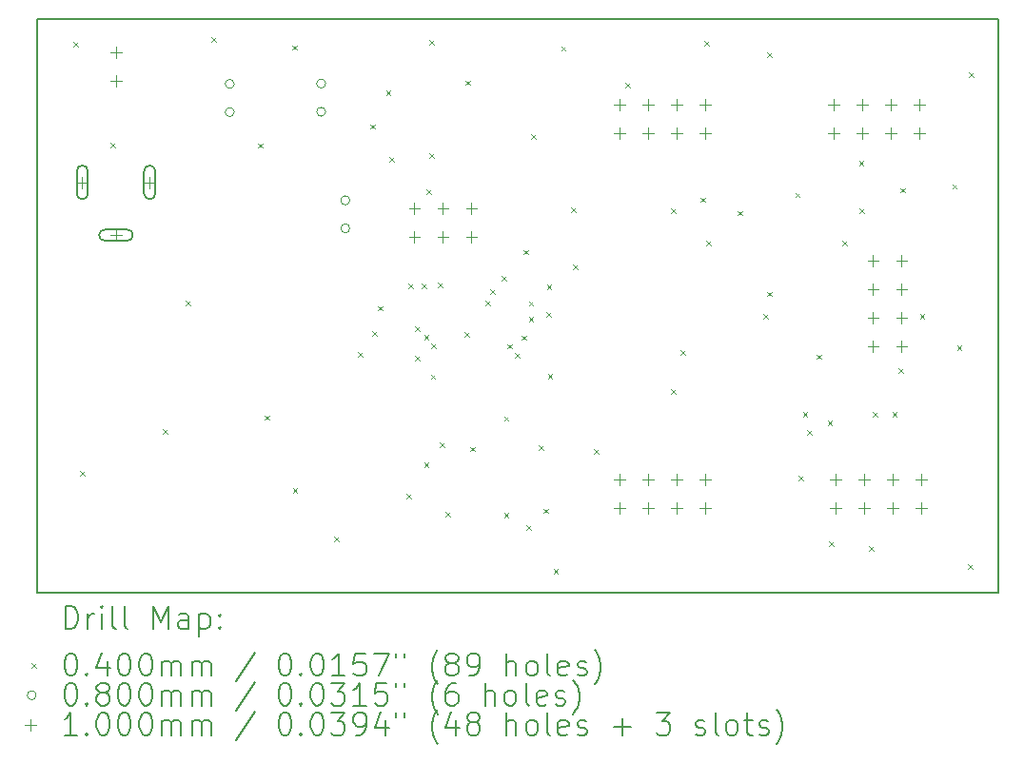
<source format=gbr>
%TF.GenerationSoftware,KiCad,Pcbnew,7.0.7*%
%TF.CreationDate,2023-10-17T21:45:56+02:00*%
%TF.ProjectId,Motherboard_pico,4d6f7468-6572-4626-9f61-72645f706963,rev?*%
%TF.SameCoordinates,Original*%
%TF.FileFunction,Drillmap*%
%TF.FilePolarity,Positive*%
%FSLAX45Y45*%
G04 Gerber Fmt 4.5, Leading zero omitted, Abs format (unit mm)*
G04 Created by KiCad (PCBNEW 7.0.7) date 2023-10-17 21:45:56*
%MOMM*%
%LPD*%
G01*
G04 APERTURE LIST*
%ADD10C,0.200000*%
%ADD11C,0.040000*%
%ADD12C,0.080000*%
%ADD13C,0.100000*%
G04 APERTURE END LIST*
D10*
X12150000Y-8400000D02*
X20700000Y-8400000D01*
X20700000Y-13500000D01*
X12150000Y-13500000D01*
X12150000Y-8400000D01*
D11*
X12470000Y-8600000D02*
X12510000Y-8640000D01*
X12510000Y-8600000D02*
X12470000Y-8640000D01*
X12530000Y-12420000D02*
X12570000Y-12460000D01*
X12570000Y-12420000D02*
X12530000Y-12460000D01*
X12800000Y-9500000D02*
X12840000Y-9540000D01*
X12840000Y-9500000D02*
X12800000Y-9540000D01*
X13267000Y-12045000D02*
X13307000Y-12085000D01*
X13307000Y-12045000D02*
X13267000Y-12085000D01*
X13472000Y-10903000D02*
X13512000Y-10943000D01*
X13512000Y-10903000D02*
X13472000Y-10943000D01*
X13700000Y-8560000D02*
X13740000Y-8600000D01*
X13740000Y-8560000D02*
X13700000Y-8600000D01*
X14112000Y-9503000D02*
X14152000Y-9543000D01*
X14152000Y-9503000D02*
X14112000Y-9543000D01*
X14172000Y-11923000D02*
X14212000Y-11963000D01*
X14212000Y-11923000D02*
X14172000Y-11963000D01*
X14420000Y-8630000D02*
X14460000Y-8670000D01*
X14460000Y-8630000D02*
X14420000Y-8670000D01*
X14422000Y-12573000D02*
X14462000Y-12613000D01*
X14462000Y-12573000D02*
X14422000Y-12613000D01*
X14792000Y-13003000D02*
X14832000Y-13043000D01*
X14832000Y-13003000D02*
X14792000Y-13043000D01*
X15003000Y-11363000D02*
X15043000Y-11403000D01*
X15043000Y-11363000D02*
X15003000Y-11403000D01*
X15112000Y-9333000D02*
X15152000Y-9373000D01*
X15152000Y-9333000D02*
X15112000Y-9373000D01*
X15132000Y-11173000D02*
X15172000Y-11213000D01*
X15172000Y-11173000D02*
X15132000Y-11213000D01*
X15180000Y-10950000D02*
X15220000Y-10990000D01*
X15220000Y-10950000D02*
X15180000Y-10990000D01*
X15252000Y-9033000D02*
X15292000Y-9073000D01*
X15292000Y-9033000D02*
X15252000Y-9073000D01*
X15282000Y-9623000D02*
X15322000Y-9663000D01*
X15322000Y-9623000D02*
X15282000Y-9663000D01*
X15432000Y-12623000D02*
X15472000Y-12663000D01*
X15472000Y-12623000D02*
X15432000Y-12663000D01*
X15450000Y-10750000D02*
X15490000Y-10790000D01*
X15490000Y-10750000D02*
X15450000Y-10790000D01*
X15510000Y-11130000D02*
X15550000Y-11170000D01*
X15550000Y-11130000D02*
X15510000Y-11170000D01*
X15512000Y-11393000D02*
X15552000Y-11433000D01*
X15552000Y-11393000D02*
X15512000Y-11433000D01*
X15570000Y-10750000D02*
X15610000Y-10790000D01*
X15610000Y-10750000D02*
X15570000Y-10790000D01*
X15590000Y-11210000D02*
X15630000Y-11250000D01*
X15630000Y-11210000D02*
X15590000Y-11250000D01*
X15592000Y-12343000D02*
X15632000Y-12383000D01*
X15632000Y-12343000D02*
X15592000Y-12383000D01*
X15610000Y-9912450D02*
X15650000Y-9952450D01*
X15650000Y-9912450D02*
X15610000Y-9952450D01*
X15637500Y-8582500D02*
X15677500Y-8622500D01*
X15677500Y-8582500D02*
X15637500Y-8622500D01*
X15637500Y-9593000D02*
X15677500Y-9633000D01*
X15677500Y-9593000D02*
X15637500Y-9633000D01*
X15650000Y-11560000D02*
X15690000Y-11600000D01*
X15690000Y-11560000D02*
X15650000Y-11600000D01*
X15653987Y-11286784D02*
X15693987Y-11326784D01*
X15693987Y-11286784D02*
X15653987Y-11326784D01*
X15712000Y-10743000D02*
X15752000Y-10783000D01*
X15752000Y-10743000D02*
X15712000Y-10783000D01*
X15732000Y-12163000D02*
X15772000Y-12203000D01*
X15772000Y-12163000D02*
X15732000Y-12203000D01*
X15782000Y-12783000D02*
X15822000Y-12823000D01*
X15822000Y-12783000D02*
X15782000Y-12823000D01*
X15952000Y-11183000D02*
X15992000Y-11223000D01*
X15992000Y-11183000D02*
X15952000Y-11223000D01*
X15962000Y-8943000D02*
X16002000Y-8983000D01*
X16002000Y-8943000D02*
X15962000Y-8983000D01*
X16002000Y-12203000D02*
X16042000Y-12243000D01*
X16042000Y-12203000D02*
X16002000Y-12243000D01*
X16140000Y-10905000D02*
X16180000Y-10945000D01*
X16180000Y-10905000D02*
X16140000Y-10945000D01*
X16180000Y-10800000D02*
X16220000Y-10840000D01*
X16220000Y-10800000D02*
X16180000Y-10840000D01*
X16283050Y-10683050D02*
X16323050Y-10723050D01*
X16323050Y-10683050D02*
X16283050Y-10723050D01*
X16302000Y-11933000D02*
X16342000Y-11973000D01*
X16342000Y-11933000D02*
X16302000Y-11973000D01*
X16302000Y-12793000D02*
X16342000Y-12833000D01*
X16342000Y-12793000D02*
X16302000Y-12833000D01*
X16330000Y-11290000D02*
X16370000Y-11330000D01*
X16370000Y-11290000D02*
X16330000Y-11330000D01*
X16398317Y-11370000D02*
X16438317Y-11410000D01*
X16438317Y-11370000D02*
X16398317Y-11410000D01*
X16462000Y-11213000D02*
X16502000Y-11253000D01*
X16502000Y-11213000D02*
X16462000Y-11253000D01*
X16477450Y-10450000D02*
X16517450Y-10490000D01*
X16517450Y-10450000D02*
X16477450Y-10490000D01*
X16502000Y-12903000D02*
X16542000Y-12943000D01*
X16542000Y-12903000D02*
X16502000Y-12943000D01*
X16522450Y-10908000D02*
X16562450Y-10948000D01*
X16562450Y-10908000D02*
X16522450Y-10948000D01*
X16522450Y-11046508D02*
X16562450Y-11086508D01*
X16562450Y-11046508D02*
X16522450Y-11086508D01*
X16542000Y-9423000D02*
X16582000Y-9463000D01*
X16582000Y-9423000D02*
X16542000Y-9463000D01*
X16612000Y-12193000D02*
X16652000Y-12233000D01*
X16652000Y-12193000D02*
X16612000Y-12233000D01*
X16652000Y-12753000D02*
X16692000Y-12793000D01*
X16692000Y-12753000D02*
X16652000Y-12793000D01*
X16681462Y-11003538D02*
X16721462Y-11043538D01*
X16721462Y-11003538D02*
X16681462Y-11043538D01*
X16684000Y-10757000D02*
X16724000Y-10797000D01*
X16724000Y-10757000D02*
X16684000Y-10797000D01*
X16692000Y-11553000D02*
X16732000Y-11593000D01*
X16732000Y-11553000D02*
X16692000Y-11593000D01*
X16742000Y-13293000D02*
X16782000Y-13333000D01*
X16782000Y-13293000D02*
X16742000Y-13333000D01*
X16810000Y-8640000D02*
X16850000Y-8680000D01*
X16850000Y-8640000D02*
X16810000Y-8680000D01*
X16902000Y-10073000D02*
X16942000Y-10113000D01*
X16942000Y-10073000D02*
X16902000Y-10113000D01*
X16915000Y-10585000D02*
X16955000Y-10625000D01*
X16955000Y-10585000D02*
X16915000Y-10625000D01*
X17102000Y-12223000D02*
X17142000Y-12263000D01*
X17142000Y-12223000D02*
X17102000Y-12263000D01*
X17380270Y-8965270D02*
X17420270Y-9005270D01*
X17420270Y-8965270D02*
X17380270Y-9005270D01*
X17790250Y-11691250D02*
X17830250Y-11731250D01*
X17830250Y-11691250D02*
X17790250Y-11731250D01*
X17791000Y-10080000D02*
X17831000Y-10120000D01*
X17831000Y-10080000D02*
X17791000Y-10120000D01*
X17872000Y-11343000D02*
X17912000Y-11383000D01*
X17912000Y-11343000D02*
X17872000Y-11383000D01*
X18050770Y-9984230D02*
X18090770Y-10024230D01*
X18090770Y-9984230D02*
X18050770Y-10024230D01*
X18082000Y-8593000D02*
X18122000Y-8633000D01*
X18122000Y-8593000D02*
X18082000Y-8633000D01*
X18102000Y-10373000D02*
X18142000Y-10413000D01*
X18142000Y-10373000D02*
X18102000Y-10413000D01*
X18382000Y-10103000D02*
X18422000Y-10143000D01*
X18422000Y-10103000D02*
X18382000Y-10143000D01*
X18612000Y-11023000D02*
X18652000Y-11063000D01*
X18652000Y-11023000D02*
X18612000Y-11063000D01*
X18642000Y-8693000D02*
X18682000Y-8733000D01*
X18682000Y-8693000D02*
X18642000Y-8733000D01*
X18642000Y-10823000D02*
X18682000Y-10863000D01*
X18682000Y-10823000D02*
X18642000Y-10863000D01*
X18892000Y-9943000D02*
X18932000Y-9983000D01*
X18932000Y-9943000D02*
X18892000Y-9983000D01*
X18920000Y-12460000D02*
X18960000Y-12500000D01*
X18960000Y-12460000D02*
X18920000Y-12500000D01*
X18962000Y-11893000D02*
X19002000Y-11933000D01*
X19002000Y-11893000D02*
X18962000Y-11933000D01*
X19002000Y-12053000D02*
X19042000Y-12093000D01*
X19042000Y-12053000D02*
X19002000Y-12093000D01*
X19082000Y-11383000D02*
X19122000Y-11423000D01*
X19122000Y-11383000D02*
X19082000Y-11423000D01*
X19182000Y-11973000D02*
X19222000Y-12013000D01*
X19222000Y-11973000D02*
X19182000Y-12013000D01*
X19192000Y-13043000D02*
X19232000Y-13083000D01*
X19232000Y-13043000D02*
X19192000Y-13083000D01*
X19312000Y-10373000D02*
X19352000Y-10413000D01*
X19352000Y-10373000D02*
X19312000Y-10413000D01*
X19460000Y-9660000D02*
X19500000Y-9700000D01*
X19500000Y-9660000D02*
X19460000Y-9700000D01*
X19462000Y-10083000D02*
X19502000Y-10123000D01*
X19502000Y-10083000D02*
X19462000Y-10123000D01*
X19550000Y-13090000D02*
X19590000Y-13130000D01*
X19590000Y-13090000D02*
X19550000Y-13130000D01*
X19582000Y-11893000D02*
X19622000Y-11933000D01*
X19622000Y-11893000D02*
X19582000Y-11933000D01*
X19755950Y-11893000D02*
X19795950Y-11933000D01*
X19795950Y-11893000D02*
X19755950Y-11933000D01*
X19812000Y-11503000D02*
X19852000Y-11543000D01*
X19852000Y-11503000D02*
X19812000Y-11543000D01*
X19826000Y-9900000D02*
X19866000Y-9940000D01*
X19866000Y-9900000D02*
X19826000Y-9940000D01*
X20002000Y-11023000D02*
X20042000Y-11063000D01*
X20042000Y-11023000D02*
X20002000Y-11063000D01*
X20291000Y-9866000D02*
X20331000Y-9906000D01*
X20331000Y-9866000D02*
X20291000Y-9906000D01*
X20332000Y-11303000D02*
X20372000Y-11343000D01*
X20372000Y-11303000D02*
X20332000Y-11343000D01*
X20430000Y-13250000D02*
X20470000Y-13290000D01*
X20470000Y-13250000D02*
X20430000Y-13290000D01*
X20440000Y-8870000D02*
X20480000Y-8910000D01*
X20480000Y-8870000D02*
X20440000Y-8910000D01*
D12*
X13902000Y-8974000D02*
G75*
G03*
X13902000Y-8974000I-40000J0D01*
G01*
X13902000Y-9224000D02*
G75*
G03*
X13902000Y-9224000I-40000J0D01*
G01*
X14715000Y-8971000D02*
G75*
G03*
X14715000Y-8971000I-40000J0D01*
G01*
X14715000Y-9221000D02*
G75*
G03*
X14715000Y-9221000I-40000J0D01*
G01*
X14930000Y-10010000D02*
G75*
G03*
X14930000Y-10010000I-40000J0D01*
G01*
X14930000Y-10260000D02*
G75*
G03*
X14930000Y-10260000I-40000J0D01*
G01*
D13*
X12550000Y-9800000D02*
X12550000Y-9900000D01*
X12500000Y-9850000D02*
X12600000Y-9850000D01*
D10*
X12500000Y-9750000D02*
X12500000Y-9950000D01*
X12500000Y-9950000D02*
G75*
G03*
X12600000Y-9950000I50000J0D01*
G01*
X12600000Y-9950000D02*
X12600000Y-9750000D01*
X12600000Y-9750000D02*
G75*
G03*
X12500000Y-9750000I-50000J0D01*
G01*
D13*
X12850000Y-8646000D02*
X12850000Y-8746000D01*
X12800000Y-8696000D02*
X12900000Y-8696000D01*
X12850000Y-8900000D02*
X12850000Y-9000000D01*
X12800000Y-8950000D02*
X12900000Y-8950000D01*
X12850000Y-10270000D02*
X12850000Y-10370000D01*
X12800000Y-10320000D02*
X12900000Y-10320000D01*
D10*
X12750000Y-10370000D02*
X12950000Y-10370000D01*
X12950000Y-10370000D02*
G75*
G03*
X12950000Y-10270000I0J50000D01*
G01*
X12950000Y-10270000D02*
X12750000Y-10270000D01*
X12750000Y-10270000D02*
G75*
G03*
X12750000Y-10370000I0J-50000D01*
G01*
D13*
X13150000Y-9800000D02*
X13150000Y-9900000D01*
X13100000Y-9850000D02*
X13200000Y-9850000D01*
D10*
X13100000Y-9750000D02*
X13100000Y-9950000D01*
X13100000Y-9950000D02*
G75*
G03*
X13200000Y-9950000I50000J0D01*
G01*
X13200000Y-9950000D02*
X13200000Y-9750000D01*
X13200000Y-9750000D02*
G75*
G03*
X13100000Y-9750000I-50000J0D01*
G01*
D13*
X15504500Y-10031500D02*
X15504500Y-10131500D01*
X15454500Y-10081500D02*
X15554500Y-10081500D01*
X15504500Y-10285500D02*
X15504500Y-10385500D01*
X15454500Y-10335500D02*
X15554500Y-10335500D01*
X15758500Y-10031500D02*
X15758500Y-10131500D01*
X15708500Y-10081500D02*
X15808500Y-10081500D01*
X15758500Y-10285500D02*
X15758500Y-10385500D01*
X15708500Y-10335500D02*
X15808500Y-10335500D01*
X16012500Y-10031500D02*
X16012500Y-10131500D01*
X15962500Y-10081500D02*
X16062500Y-10081500D01*
X16012500Y-10285500D02*
X16012500Y-10385500D01*
X15962500Y-10335500D02*
X16062500Y-10335500D01*
X17328000Y-9110000D02*
X17328000Y-9210000D01*
X17278000Y-9160000D02*
X17378000Y-9160000D01*
X17328000Y-9364000D02*
X17328000Y-9464000D01*
X17278000Y-9414000D02*
X17378000Y-9414000D01*
X17332000Y-12446000D02*
X17332000Y-12546000D01*
X17282000Y-12496000D02*
X17382000Y-12496000D01*
X17332000Y-12700000D02*
X17332000Y-12800000D01*
X17282000Y-12750000D02*
X17382000Y-12750000D01*
X17582000Y-9110000D02*
X17582000Y-9210000D01*
X17532000Y-9160000D02*
X17632000Y-9160000D01*
X17582000Y-9364000D02*
X17582000Y-9464000D01*
X17532000Y-9414000D02*
X17632000Y-9414000D01*
X17586000Y-12446000D02*
X17586000Y-12546000D01*
X17536000Y-12496000D02*
X17636000Y-12496000D01*
X17586000Y-12700000D02*
X17586000Y-12800000D01*
X17536000Y-12750000D02*
X17636000Y-12750000D01*
X17836000Y-9110000D02*
X17836000Y-9210000D01*
X17786000Y-9160000D02*
X17886000Y-9160000D01*
X17836000Y-9364000D02*
X17836000Y-9464000D01*
X17786000Y-9414000D02*
X17886000Y-9414000D01*
X17840000Y-12446000D02*
X17840000Y-12546000D01*
X17790000Y-12496000D02*
X17890000Y-12496000D01*
X17840000Y-12700000D02*
X17840000Y-12800000D01*
X17790000Y-12750000D02*
X17890000Y-12750000D01*
X18090000Y-9110000D02*
X18090000Y-9210000D01*
X18040000Y-9160000D02*
X18140000Y-9160000D01*
X18090000Y-9364000D02*
X18090000Y-9464000D01*
X18040000Y-9414000D02*
X18140000Y-9414000D01*
X18094000Y-12446000D02*
X18094000Y-12546000D01*
X18044000Y-12496000D02*
X18144000Y-12496000D01*
X18094000Y-12700000D02*
X18094000Y-12800000D01*
X18044000Y-12750000D02*
X18144000Y-12750000D01*
X19238000Y-9110000D02*
X19238000Y-9210000D01*
X19188000Y-9160000D02*
X19288000Y-9160000D01*
X19238000Y-9364000D02*
X19238000Y-9464000D01*
X19188000Y-9414000D02*
X19288000Y-9414000D01*
X19250000Y-12446000D02*
X19250000Y-12546000D01*
X19200000Y-12496000D02*
X19300000Y-12496000D01*
X19250000Y-12700000D02*
X19250000Y-12800000D01*
X19200000Y-12750000D02*
X19300000Y-12750000D01*
X19492000Y-9110000D02*
X19492000Y-9210000D01*
X19442000Y-9160000D02*
X19542000Y-9160000D01*
X19492000Y-9364000D02*
X19492000Y-9464000D01*
X19442000Y-9414000D02*
X19542000Y-9414000D01*
X19504000Y-12446000D02*
X19504000Y-12546000D01*
X19454000Y-12496000D02*
X19554000Y-12496000D01*
X19504000Y-12700000D02*
X19504000Y-12800000D01*
X19454000Y-12750000D02*
X19554000Y-12750000D01*
X19586000Y-10496000D02*
X19586000Y-10596000D01*
X19536000Y-10546000D02*
X19636000Y-10546000D01*
X19586000Y-10750000D02*
X19586000Y-10850000D01*
X19536000Y-10800000D02*
X19636000Y-10800000D01*
X19586000Y-11004000D02*
X19586000Y-11104000D01*
X19536000Y-11054000D02*
X19636000Y-11054000D01*
X19586000Y-11258000D02*
X19586000Y-11358000D01*
X19536000Y-11308000D02*
X19636000Y-11308000D01*
X19746000Y-9110000D02*
X19746000Y-9210000D01*
X19696000Y-9160000D02*
X19796000Y-9160000D01*
X19746000Y-9364000D02*
X19746000Y-9464000D01*
X19696000Y-9414000D02*
X19796000Y-9414000D01*
X19758000Y-12446000D02*
X19758000Y-12546000D01*
X19708000Y-12496000D02*
X19808000Y-12496000D01*
X19758000Y-12700000D02*
X19758000Y-12800000D01*
X19708000Y-12750000D02*
X19808000Y-12750000D01*
X19840000Y-10496000D02*
X19840000Y-10596000D01*
X19790000Y-10546000D02*
X19890000Y-10546000D01*
X19840000Y-10750000D02*
X19840000Y-10850000D01*
X19790000Y-10800000D02*
X19890000Y-10800000D01*
X19840000Y-11004000D02*
X19840000Y-11104000D01*
X19790000Y-11054000D02*
X19890000Y-11054000D01*
X19840000Y-11258000D02*
X19840000Y-11358000D01*
X19790000Y-11308000D02*
X19890000Y-11308000D01*
X20000000Y-9110000D02*
X20000000Y-9210000D01*
X19950000Y-9160000D02*
X20050000Y-9160000D01*
X20000000Y-9364000D02*
X20000000Y-9464000D01*
X19950000Y-9414000D02*
X20050000Y-9414000D01*
X20012000Y-12446000D02*
X20012000Y-12546000D01*
X19962000Y-12496000D02*
X20062000Y-12496000D01*
X20012000Y-12700000D02*
X20012000Y-12800000D01*
X19962000Y-12750000D02*
X20062000Y-12750000D01*
D10*
X12400777Y-13821484D02*
X12400777Y-13621484D01*
X12400777Y-13621484D02*
X12448396Y-13621484D01*
X12448396Y-13621484D02*
X12476967Y-13631008D01*
X12476967Y-13631008D02*
X12496015Y-13650055D01*
X12496015Y-13650055D02*
X12505539Y-13669103D01*
X12505539Y-13669103D02*
X12515062Y-13707198D01*
X12515062Y-13707198D02*
X12515062Y-13735769D01*
X12515062Y-13735769D02*
X12505539Y-13773865D01*
X12505539Y-13773865D02*
X12496015Y-13792912D01*
X12496015Y-13792912D02*
X12476967Y-13811960D01*
X12476967Y-13811960D02*
X12448396Y-13821484D01*
X12448396Y-13821484D02*
X12400777Y-13821484D01*
X12600777Y-13821484D02*
X12600777Y-13688150D01*
X12600777Y-13726246D02*
X12610301Y-13707198D01*
X12610301Y-13707198D02*
X12619824Y-13697674D01*
X12619824Y-13697674D02*
X12638872Y-13688150D01*
X12638872Y-13688150D02*
X12657920Y-13688150D01*
X12724586Y-13821484D02*
X12724586Y-13688150D01*
X12724586Y-13621484D02*
X12715062Y-13631008D01*
X12715062Y-13631008D02*
X12724586Y-13640531D01*
X12724586Y-13640531D02*
X12734110Y-13631008D01*
X12734110Y-13631008D02*
X12724586Y-13621484D01*
X12724586Y-13621484D02*
X12724586Y-13640531D01*
X12848396Y-13821484D02*
X12829348Y-13811960D01*
X12829348Y-13811960D02*
X12819824Y-13792912D01*
X12819824Y-13792912D02*
X12819824Y-13621484D01*
X12953158Y-13821484D02*
X12934110Y-13811960D01*
X12934110Y-13811960D02*
X12924586Y-13792912D01*
X12924586Y-13792912D02*
X12924586Y-13621484D01*
X13181729Y-13821484D02*
X13181729Y-13621484D01*
X13181729Y-13621484D02*
X13248396Y-13764341D01*
X13248396Y-13764341D02*
X13315062Y-13621484D01*
X13315062Y-13621484D02*
X13315062Y-13821484D01*
X13496015Y-13821484D02*
X13496015Y-13716722D01*
X13496015Y-13716722D02*
X13486491Y-13697674D01*
X13486491Y-13697674D02*
X13467443Y-13688150D01*
X13467443Y-13688150D02*
X13429348Y-13688150D01*
X13429348Y-13688150D02*
X13410301Y-13697674D01*
X13496015Y-13811960D02*
X13476967Y-13821484D01*
X13476967Y-13821484D02*
X13429348Y-13821484D01*
X13429348Y-13821484D02*
X13410301Y-13811960D01*
X13410301Y-13811960D02*
X13400777Y-13792912D01*
X13400777Y-13792912D02*
X13400777Y-13773865D01*
X13400777Y-13773865D02*
X13410301Y-13754817D01*
X13410301Y-13754817D02*
X13429348Y-13745293D01*
X13429348Y-13745293D02*
X13476967Y-13745293D01*
X13476967Y-13745293D02*
X13496015Y-13735769D01*
X13591253Y-13688150D02*
X13591253Y-13888150D01*
X13591253Y-13697674D02*
X13610301Y-13688150D01*
X13610301Y-13688150D02*
X13648396Y-13688150D01*
X13648396Y-13688150D02*
X13667443Y-13697674D01*
X13667443Y-13697674D02*
X13676967Y-13707198D01*
X13676967Y-13707198D02*
X13686491Y-13726246D01*
X13686491Y-13726246D02*
X13686491Y-13783388D01*
X13686491Y-13783388D02*
X13676967Y-13802436D01*
X13676967Y-13802436D02*
X13667443Y-13811960D01*
X13667443Y-13811960D02*
X13648396Y-13821484D01*
X13648396Y-13821484D02*
X13610301Y-13821484D01*
X13610301Y-13821484D02*
X13591253Y-13811960D01*
X13772205Y-13802436D02*
X13781729Y-13811960D01*
X13781729Y-13811960D02*
X13772205Y-13821484D01*
X13772205Y-13821484D02*
X13762682Y-13811960D01*
X13762682Y-13811960D02*
X13772205Y-13802436D01*
X13772205Y-13802436D02*
X13772205Y-13821484D01*
X13772205Y-13697674D02*
X13781729Y-13707198D01*
X13781729Y-13707198D02*
X13772205Y-13716722D01*
X13772205Y-13716722D02*
X13762682Y-13707198D01*
X13762682Y-13707198D02*
X13772205Y-13697674D01*
X13772205Y-13697674D02*
X13772205Y-13716722D01*
D11*
X12100000Y-14130000D02*
X12140000Y-14170000D01*
X12140000Y-14130000D02*
X12100000Y-14170000D01*
D10*
X12438872Y-14041484D02*
X12457920Y-14041484D01*
X12457920Y-14041484D02*
X12476967Y-14051008D01*
X12476967Y-14051008D02*
X12486491Y-14060531D01*
X12486491Y-14060531D02*
X12496015Y-14079579D01*
X12496015Y-14079579D02*
X12505539Y-14117674D01*
X12505539Y-14117674D02*
X12505539Y-14165293D01*
X12505539Y-14165293D02*
X12496015Y-14203388D01*
X12496015Y-14203388D02*
X12486491Y-14222436D01*
X12486491Y-14222436D02*
X12476967Y-14231960D01*
X12476967Y-14231960D02*
X12457920Y-14241484D01*
X12457920Y-14241484D02*
X12438872Y-14241484D01*
X12438872Y-14241484D02*
X12419824Y-14231960D01*
X12419824Y-14231960D02*
X12410301Y-14222436D01*
X12410301Y-14222436D02*
X12400777Y-14203388D01*
X12400777Y-14203388D02*
X12391253Y-14165293D01*
X12391253Y-14165293D02*
X12391253Y-14117674D01*
X12391253Y-14117674D02*
X12400777Y-14079579D01*
X12400777Y-14079579D02*
X12410301Y-14060531D01*
X12410301Y-14060531D02*
X12419824Y-14051008D01*
X12419824Y-14051008D02*
X12438872Y-14041484D01*
X12591253Y-14222436D02*
X12600777Y-14231960D01*
X12600777Y-14231960D02*
X12591253Y-14241484D01*
X12591253Y-14241484D02*
X12581729Y-14231960D01*
X12581729Y-14231960D02*
X12591253Y-14222436D01*
X12591253Y-14222436D02*
X12591253Y-14241484D01*
X12772205Y-14108150D02*
X12772205Y-14241484D01*
X12724586Y-14031960D02*
X12676967Y-14174817D01*
X12676967Y-14174817D02*
X12800777Y-14174817D01*
X12915062Y-14041484D02*
X12934110Y-14041484D01*
X12934110Y-14041484D02*
X12953158Y-14051008D01*
X12953158Y-14051008D02*
X12962682Y-14060531D01*
X12962682Y-14060531D02*
X12972205Y-14079579D01*
X12972205Y-14079579D02*
X12981729Y-14117674D01*
X12981729Y-14117674D02*
X12981729Y-14165293D01*
X12981729Y-14165293D02*
X12972205Y-14203388D01*
X12972205Y-14203388D02*
X12962682Y-14222436D01*
X12962682Y-14222436D02*
X12953158Y-14231960D01*
X12953158Y-14231960D02*
X12934110Y-14241484D01*
X12934110Y-14241484D02*
X12915062Y-14241484D01*
X12915062Y-14241484D02*
X12896015Y-14231960D01*
X12896015Y-14231960D02*
X12886491Y-14222436D01*
X12886491Y-14222436D02*
X12876967Y-14203388D01*
X12876967Y-14203388D02*
X12867443Y-14165293D01*
X12867443Y-14165293D02*
X12867443Y-14117674D01*
X12867443Y-14117674D02*
X12876967Y-14079579D01*
X12876967Y-14079579D02*
X12886491Y-14060531D01*
X12886491Y-14060531D02*
X12896015Y-14051008D01*
X12896015Y-14051008D02*
X12915062Y-14041484D01*
X13105539Y-14041484D02*
X13124586Y-14041484D01*
X13124586Y-14041484D02*
X13143634Y-14051008D01*
X13143634Y-14051008D02*
X13153158Y-14060531D01*
X13153158Y-14060531D02*
X13162682Y-14079579D01*
X13162682Y-14079579D02*
X13172205Y-14117674D01*
X13172205Y-14117674D02*
X13172205Y-14165293D01*
X13172205Y-14165293D02*
X13162682Y-14203388D01*
X13162682Y-14203388D02*
X13153158Y-14222436D01*
X13153158Y-14222436D02*
X13143634Y-14231960D01*
X13143634Y-14231960D02*
X13124586Y-14241484D01*
X13124586Y-14241484D02*
X13105539Y-14241484D01*
X13105539Y-14241484D02*
X13086491Y-14231960D01*
X13086491Y-14231960D02*
X13076967Y-14222436D01*
X13076967Y-14222436D02*
X13067443Y-14203388D01*
X13067443Y-14203388D02*
X13057920Y-14165293D01*
X13057920Y-14165293D02*
X13057920Y-14117674D01*
X13057920Y-14117674D02*
X13067443Y-14079579D01*
X13067443Y-14079579D02*
X13076967Y-14060531D01*
X13076967Y-14060531D02*
X13086491Y-14051008D01*
X13086491Y-14051008D02*
X13105539Y-14041484D01*
X13257920Y-14241484D02*
X13257920Y-14108150D01*
X13257920Y-14127198D02*
X13267443Y-14117674D01*
X13267443Y-14117674D02*
X13286491Y-14108150D01*
X13286491Y-14108150D02*
X13315063Y-14108150D01*
X13315063Y-14108150D02*
X13334110Y-14117674D01*
X13334110Y-14117674D02*
X13343634Y-14136722D01*
X13343634Y-14136722D02*
X13343634Y-14241484D01*
X13343634Y-14136722D02*
X13353158Y-14117674D01*
X13353158Y-14117674D02*
X13372205Y-14108150D01*
X13372205Y-14108150D02*
X13400777Y-14108150D01*
X13400777Y-14108150D02*
X13419824Y-14117674D01*
X13419824Y-14117674D02*
X13429348Y-14136722D01*
X13429348Y-14136722D02*
X13429348Y-14241484D01*
X13524586Y-14241484D02*
X13524586Y-14108150D01*
X13524586Y-14127198D02*
X13534110Y-14117674D01*
X13534110Y-14117674D02*
X13553158Y-14108150D01*
X13553158Y-14108150D02*
X13581729Y-14108150D01*
X13581729Y-14108150D02*
X13600777Y-14117674D01*
X13600777Y-14117674D02*
X13610301Y-14136722D01*
X13610301Y-14136722D02*
X13610301Y-14241484D01*
X13610301Y-14136722D02*
X13619824Y-14117674D01*
X13619824Y-14117674D02*
X13638872Y-14108150D01*
X13638872Y-14108150D02*
X13667443Y-14108150D01*
X13667443Y-14108150D02*
X13686491Y-14117674D01*
X13686491Y-14117674D02*
X13696015Y-14136722D01*
X13696015Y-14136722D02*
X13696015Y-14241484D01*
X14086491Y-14031960D02*
X13915063Y-14289103D01*
X14343634Y-14041484D02*
X14362682Y-14041484D01*
X14362682Y-14041484D02*
X14381729Y-14051008D01*
X14381729Y-14051008D02*
X14391253Y-14060531D01*
X14391253Y-14060531D02*
X14400777Y-14079579D01*
X14400777Y-14079579D02*
X14410301Y-14117674D01*
X14410301Y-14117674D02*
X14410301Y-14165293D01*
X14410301Y-14165293D02*
X14400777Y-14203388D01*
X14400777Y-14203388D02*
X14391253Y-14222436D01*
X14391253Y-14222436D02*
X14381729Y-14231960D01*
X14381729Y-14231960D02*
X14362682Y-14241484D01*
X14362682Y-14241484D02*
X14343634Y-14241484D01*
X14343634Y-14241484D02*
X14324586Y-14231960D01*
X14324586Y-14231960D02*
X14315063Y-14222436D01*
X14315063Y-14222436D02*
X14305539Y-14203388D01*
X14305539Y-14203388D02*
X14296015Y-14165293D01*
X14296015Y-14165293D02*
X14296015Y-14117674D01*
X14296015Y-14117674D02*
X14305539Y-14079579D01*
X14305539Y-14079579D02*
X14315063Y-14060531D01*
X14315063Y-14060531D02*
X14324586Y-14051008D01*
X14324586Y-14051008D02*
X14343634Y-14041484D01*
X14496015Y-14222436D02*
X14505539Y-14231960D01*
X14505539Y-14231960D02*
X14496015Y-14241484D01*
X14496015Y-14241484D02*
X14486491Y-14231960D01*
X14486491Y-14231960D02*
X14496015Y-14222436D01*
X14496015Y-14222436D02*
X14496015Y-14241484D01*
X14629348Y-14041484D02*
X14648396Y-14041484D01*
X14648396Y-14041484D02*
X14667444Y-14051008D01*
X14667444Y-14051008D02*
X14676967Y-14060531D01*
X14676967Y-14060531D02*
X14686491Y-14079579D01*
X14686491Y-14079579D02*
X14696015Y-14117674D01*
X14696015Y-14117674D02*
X14696015Y-14165293D01*
X14696015Y-14165293D02*
X14686491Y-14203388D01*
X14686491Y-14203388D02*
X14676967Y-14222436D01*
X14676967Y-14222436D02*
X14667444Y-14231960D01*
X14667444Y-14231960D02*
X14648396Y-14241484D01*
X14648396Y-14241484D02*
X14629348Y-14241484D01*
X14629348Y-14241484D02*
X14610301Y-14231960D01*
X14610301Y-14231960D02*
X14600777Y-14222436D01*
X14600777Y-14222436D02*
X14591253Y-14203388D01*
X14591253Y-14203388D02*
X14581729Y-14165293D01*
X14581729Y-14165293D02*
X14581729Y-14117674D01*
X14581729Y-14117674D02*
X14591253Y-14079579D01*
X14591253Y-14079579D02*
X14600777Y-14060531D01*
X14600777Y-14060531D02*
X14610301Y-14051008D01*
X14610301Y-14051008D02*
X14629348Y-14041484D01*
X14886491Y-14241484D02*
X14772206Y-14241484D01*
X14829348Y-14241484D02*
X14829348Y-14041484D01*
X14829348Y-14041484D02*
X14810301Y-14070055D01*
X14810301Y-14070055D02*
X14791253Y-14089103D01*
X14791253Y-14089103D02*
X14772206Y-14098627D01*
X15067444Y-14041484D02*
X14972206Y-14041484D01*
X14972206Y-14041484D02*
X14962682Y-14136722D01*
X14962682Y-14136722D02*
X14972206Y-14127198D01*
X14972206Y-14127198D02*
X14991253Y-14117674D01*
X14991253Y-14117674D02*
X15038872Y-14117674D01*
X15038872Y-14117674D02*
X15057920Y-14127198D01*
X15057920Y-14127198D02*
X15067444Y-14136722D01*
X15067444Y-14136722D02*
X15076967Y-14155769D01*
X15076967Y-14155769D02*
X15076967Y-14203388D01*
X15076967Y-14203388D02*
X15067444Y-14222436D01*
X15067444Y-14222436D02*
X15057920Y-14231960D01*
X15057920Y-14231960D02*
X15038872Y-14241484D01*
X15038872Y-14241484D02*
X14991253Y-14241484D01*
X14991253Y-14241484D02*
X14972206Y-14231960D01*
X14972206Y-14231960D02*
X14962682Y-14222436D01*
X15143634Y-14041484D02*
X15276967Y-14041484D01*
X15276967Y-14041484D02*
X15191253Y-14241484D01*
X15343634Y-14041484D02*
X15343634Y-14079579D01*
X15419825Y-14041484D02*
X15419825Y-14079579D01*
X15715063Y-14317674D02*
X15705539Y-14308150D01*
X15705539Y-14308150D02*
X15686491Y-14279579D01*
X15686491Y-14279579D02*
X15676968Y-14260531D01*
X15676968Y-14260531D02*
X15667444Y-14231960D01*
X15667444Y-14231960D02*
X15657920Y-14184341D01*
X15657920Y-14184341D02*
X15657920Y-14146246D01*
X15657920Y-14146246D02*
X15667444Y-14098627D01*
X15667444Y-14098627D02*
X15676968Y-14070055D01*
X15676968Y-14070055D02*
X15686491Y-14051008D01*
X15686491Y-14051008D02*
X15705539Y-14022436D01*
X15705539Y-14022436D02*
X15715063Y-14012912D01*
X15819825Y-14127198D02*
X15800777Y-14117674D01*
X15800777Y-14117674D02*
X15791253Y-14108150D01*
X15791253Y-14108150D02*
X15781729Y-14089103D01*
X15781729Y-14089103D02*
X15781729Y-14079579D01*
X15781729Y-14079579D02*
X15791253Y-14060531D01*
X15791253Y-14060531D02*
X15800777Y-14051008D01*
X15800777Y-14051008D02*
X15819825Y-14041484D01*
X15819825Y-14041484D02*
X15857920Y-14041484D01*
X15857920Y-14041484D02*
X15876968Y-14051008D01*
X15876968Y-14051008D02*
X15886491Y-14060531D01*
X15886491Y-14060531D02*
X15896015Y-14079579D01*
X15896015Y-14079579D02*
X15896015Y-14089103D01*
X15896015Y-14089103D02*
X15886491Y-14108150D01*
X15886491Y-14108150D02*
X15876968Y-14117674D01*
X15876968Y-14117674D02*
X15857920Y-14127198D01*
X15857920Y-14127198D02*
X15819825Y-14127198D01*
X15819825Y-14127198D02*
X15800777Y-14136722D01*
X15800777Y-14136722D02*
X15791253Y-14146246D01*
X15791253Y-14146246D02*
X15781729Y-14165293D01*
X15781729Y-14165293D02*
X15781729Y-14203388D01*
X15781729Y-14203388D02*
X15791253Y-14222436D01*
X15791253Y-14222436D02*
X15800777Y-14231960D01*
X15800777Y-14231960D02*
X15819825Y-14241484D01*
X15819825Y-14241484D02*
X15857920Y-14241484D01*
X15857920Y-14241484D02*
X15876968Y-14231960D01*
X15876968Y-14231960D02*
X15886491Y-14222436D01*
X15886491Y-14222436D02*
X15896015Y-14203388D01*
X15896015Y-14203388D02*
X15896015Y-14165293D01*
X15896015Y-14165293D02*
X15886491Y-14146246D01*
X15886491Y-14146246D02*
X15876968Y-14136722D01*
X15876968Y-14136722D02*
X15857920Y-14127198D01*
X15991253Y-14241484D02*
X16029348Y-14241484D01*
X16029348Y-14241484D02*
X16048396Y-14231960D01*
X16048396Y-14231960D02*
X16057920Y-14222436D01*
X16057920Y-14222436D02*
X16076968Y-14193865D01*
X16076968Y-14193865D02*
X16086491Y-14155769D01*
X16086491Y-14155769D02*
X16086491Y-14079579D01*
X16086491Y-14079579D02*
X16076968Y-14060531D01*
X16076968Y-14060531D02*
X16067444Y-14051008D01*
X16067444Y-14051008D02*
X16048396Y-14041484D01*
X16048396Y-14041484D02*
X16010301Y-14041484D01*
X16010301Y-14041484D02*
X15991253Y-14051008D01*
X15991253Y-14051008D02*
X15981729Y-14060531D01*
X15981729Y-14060531D02*
X15972206Y-14079579D01*
X15972206Y-14079579D02*
X15972206Y-14127198D01*
X15972206Y-14127198D02*
X15981729Y-14146246D01*
X15981729Y-14146246D02*
X15991253Y-14155769D01*
X15991253Y-14155769D02*
X16010301Y-14165293D01*
X16010301Y-14165293D02*
X16048396Y-14165293D01*
X16048396Y-14165293D02*
X16067444Y-14155769D01*
X16067444Y-14155769D02*
X16076968Y-14146246D01*
X16076968Y-14146246D02*
X16086491Y-14127198D01*
X16324587Y-14241484D02*
X16324587Y-14041484D01*
X16410301Y-14241484D02*
X16410301Y-14136722D01*
X16410301Y-14136722D02*
X16400777Y-14117674D01*
X16400777Y-14117674D02*
X16381730Y-14108150D01*
X16381730Y-14108150D02*
X16353158Y-14108150D01*
X16353158Y-14108150D02*
X16334110Y-14117674D01*
X16334110Y-14117674D02*
X16324587Y-14127198D01*
X16534110Y-14241484D02*
X16515063Y-14231960D01*
X16515063Y-14231960D02*
X16505539Y-14222436D01*
X16505539Y-14222436D02*
X16496015Y-14203388D01*
X16496015Y-14203388D02*
X16496015Y-14146246D01*
X16496015Y-14146246D02*
X16505539Y-14127198D01*
X16505539Y-14127198D02*
X16515063Y-14117674D01*
X16515063Y-14117674D02*
X16534110Y-14108150D01*
X16534110Y-14108150D02*
X16562682Y-14108150D01*
X16562682Y-14108150D02*
X16581730Y-14117674D01*
X16581730Y-14117674D02*
X16591253Y-14127198D01*
X16591253Y-14127198D02*
X16600777Y-14146246D01*
X16600777Y-14146246D02*
X16600777Y-14203388D01*
X16600777Y-14203388D02*
X16591253Y-14222436D01*
X16591253Y-14222436D02*
X16581730Y-14231960D01*
X16581730Y-14231960D02*
X16562682Y-14241484D01*
X16562682Y-14241484D02*
X16534110Y-14241484D01*
X16715063Y-14241484D02*
X16696015Y-14231960D01*
X16696015Y-14231960D02*
X16686491Y-14212912D01*
X16686491Y-14212912D02*
X16686491Y-14041484D01*
X16867444Y-14231960D02*
X16848396Y-14241484D01*
X16848396Y-14241484D02*
X16810301Y-14241484D01*
X16810301Y-14241484D02*
X16791253Y-14231960D01*
X16791253Y-14231960D02*
X16781730Y-14212912D01*
X16781730Y-14212912D02*
X16781730Y-14136722D01*
X16781730Y-14136722D02*
X16791253Y-14117674D01*
X16791253Y-14117674D02*
X16810301Y-14108150D01*
X16810301Y-14108150D02*
X16848396Y-14108150D01*
X16848396Y-14108150D02*
X16867444Y-14117674D01*
X16867444Y-14117674D02*
X16876968Y-14136722D01*
X16876968Y-14136722D02*
X16876968Y-14155769D01*
X16876968Y-14155769D02*
X16781730Y-14174817D01*
X16953158Y-14231960D02*
X16972206Y-14241484D01*
X16972206Y-14241484D02*
X17010301Y-14241484D01*
X17010301Y-14241484D02*
X17029349Y-14231960D01*
X17029349Y-14231960D02*
X17038873Y-14212912D01*
X17038873Y-14212912D02*
X17038873Y-14203388D01*
X17038873Y-14203388D02*
X17029349Y-14184341D01*
X17029349Y-14184341D02*
X17010301Y-14174817D01*
X17010301Y-14174817D02*
X16981730Y-14174817D01*
X16981730Y-14174817D02*
X16962682Y-14165293D01*
X16962682Y-14165293D02*
X16953158Y-14146246D01*
X16953158Y-14146246D02*
X16953158Y-14136722D01*
X16953158Y-14136722D02*
X16962682Y-14117674D01*
X16962682Y-14117674D02*
X16981730Y-14108150D01*
X16981730Y-14108150D02*
X17010301Y-14108150D01*
X17010301Y-14108150D02*
X17029349Y-14117674D01*
X17105539Y-14317674D02*
X17115063Y-14308150D01*
X17115063Y-14308150D02*
X17134111Y-14279579D01*
X17134111Y-14279579D02*
X17143634Y-14260531D01*
X17143634Y-14260531D02*
X17153158Y-14231960D01*
X17153158Y-14231960D02*
X17162682Y-14184341D01*
X17162682Y-14184341D02*
X17162682Y-14146246D01*
X17162682Y-14146246D02*
X17153158Y-14098627D01*
X17153158Y-14098627D02*
X17143634Y-14070055D01*
X17143634Y-14070055D02*
X17134111Y-14051008D01*
X17134111Y-14051008D02*
X17115063Y-14022436D01*
X17115063Y-14022436D02*
X17105539Y-14012912D01*
D12*
X12140000Y-14414000D02*
G75*
G03*
X12140000Y-14414000I-40000J0D01*
G01*
D10*
X12438872Y-14305484D02*
X12457920Y-14305484D01*
X12457920Y-14305484D02*
X12476967Y-14315008D01*
X12476967Y-14315008D02*
X12486491Y-14324531D01*
X12486491Y-14324531D02*
X12496015Y-14343579D01*
X12496015Y-14343579D02*
X12505539Y-14381674D01*
X12505539Y-14381674D02*
X12505539Y-14429293D01*
X12505539Y-14429293D02*
X12496015Y-14467388D01*
X12496015Y-14467388D02*
X12486491Y-14486436D01*
X12486491Y-14486436D02*
X12476967Y-14495960D01*
X12476967Y-14495960D02*
X12457920Y-14505484D01*
X12457920Y-14505484D02*
X12438872Y-14505484D01*
X12438872Y-14505484D02*
X12419824Y-14495960D01*
X12419824Y-14495960D02*
X12410301Y-14486436D01*
X12410301Y-14486436D02*
X12400777Y-14467388D01*
X12400777Y-14467388D02*
X12391253Y-14429293D01*
X12391253Y-14429293D02*
X12391253Y-14381674D01*
X12391253Y-14381674D02*
X12400777Y-14343579D01*
X12400777Y-14343579D02*
X12410301Y-14324531D01*
X12410301Y-14324531D02*
X12419824Y-14315008D01*
X12419824Y-14315008D02*
X12438872Y-14305484D01*
X12591253Y-14486436D02*
X12600777Y-14495960D01*
X12600777Y-14495960D02*
X12591253Y-14505484D01*
X12591253Y-14505484D02*
X12581729Y-14495960D01*
X12581729Y-14495960D02*
X12591253Y-14486436D01*
X12591253Y-14486436D02*
X12591253Y-14505484D01*
X12715062Y-14391198D02*
X12696015Y-14381674D01*
X12696015Y-14381674D02*
X12686491Y-14372150D01*
X12686491Y-14372150D02*
X12676967Y-14353103D01*
X12676967Y-14353103D02*
X12676967Y-14343579D01*
X12676967Y-14343579D02*
X12686491Y-14324531D01*
X12686491Y-14324531D02*
X12696015Y-14315008D01*
X12696015Y-14315008D02*
X12715062Y-14305484D01*
X12715062Y-14305484D02*
X12753158Y-14305484D01*
X12753158Y-14305484D02*
X12772205Y-14315008D01*
X12772205Y-14315008D02*
X12781729Y-14324531D01*
X12781729Y-14324531D02*
X12791253Y-14343579D01*
X12791253Y-14343579D02*
X12791253Y-14353103D01*
X12791253Y-14353103D02*
X12781729Y-14372150D01*
X12781729Y-14372150D02*
X12772205Y-14381674D01*
X12772205Y-14381674D02*
X12753158Y-14391198D01*
X12753158Y-14391198D02*
X12715062Y-14391198D01*
X12715062Y-14391198D02*
X12696015Y-14400722D01*
X12696015Y-14400722D02*
X12686491Y-14410246D01*
X12686491Y-14410246D02*
X12676967Y-14429293D01*
X12676967Y-14429293D02*
X12676967Y-14467388D01*
X12676967Y-14467388D02*
X12686491Y-14486436D01*
X12686491Y-14486436D02*
X12696015Y-14495960D01*
X12696015Y-14495960D02*
X12715062Y-14505484D01*
X12715062Y-14505484D02*
X12753158Y-14505484D01*
X12753158Y-14505484D02*
X12772205Y-14495960D01*
X12772205Y-14495960D02*
X12781729Y-14486436D01*
X12781729Y-14486436D02*
X12791253Y-14467388D01*
X12791253Y-14467388D02*
X12791253Y-14429293D01*
X12791253Y-14429293D02*
X12781729Y-14410246D01*
X12781729Y-14410246D02*
X12772205Y-14400722D01*
X12772205Y-14400722D02*
X12753158Y-14391198D01*
X12915062Y-14305484D02*
X12934110Y-14305484D01*
X12934110Y-14305484D02*
X12953158Y-14315008D01*
X12953158Y-14315008D02*
X12962682Y-14324531D01*
X12962682Y-14324531D02*
X12972205Y-14343579D01*
X12972205Y-14343579D02*
X12981729Y-14381674D01*
X12981729Y-14381674D02*
X12981729Y-14429293D01*
X12981729Y-14429293D02*
X12972205Y-14467388D01*
X12972205Y-14467388D02*
X12962682Y-14486436D01*
X12962682Y-14486436D02*
X12953158Y-14495960D01*
X12953158Y-14495960D02*
X12934110Y-14505484D01*
X12934110Y-14505484D02*
X12915062Y-14505484D01*
X12915062Y-14505484D02*
X12896015Y-14495960D01*
X12896015Y-14495960D02*
X12886491Y-14486436D01*
X12886491Y-14486436D02*
X12876967Y-14467388D01*
X12876967Y-14467388D02*
X12867443Y-14429293D01*
X12867443Y-14429293D02*
X12867443Y-14381674D01*
X12867443Y-14381674D02*
X12876967Y-14343579D01*
X12876967Y-14343579D02*
X12886491Y-14324531D01*
X12886491Y-14324531D02*
X12896015Y-14315008D01*
X12896015Y-14315008D02*
X12915062Y-14305484D01*
X13105539Y-14305484D02*
X13124586Y-14305484D01*
X13124586Y-14305484D02*
X13143634Y-14315008D01*
X13143634Y-14315008D02*
X13153158Y-14324531D01*
X13153158Y-14324531D02*
X13162682Y-14343579D01*
X13162682Y-14343579D02*
X13172205Y-14381674D01*
X13172205Y-14381674D02*
X13172205Y-14429293D01*
X13172205Y-14429293D02*
X13162682Y-14467388D01*
X13162682Y-14467388D02*
X13153158Y-14486436D01*
X13153158Y-14486436D02*
X13143634Y-14495960D01*
X13143634Y-14495960D02*
X13124586Y-14505484D01*
X13124586Y-14505484D02*
X13105539Y-14505484D01*
X13105539Y-14505484D02*
X13086491Y-14495960D01*
X13086491Y-14495960D02*
X13076967Y-14486436D01*
X13076967Y-14486436D02*
X13067443Y-14467388D01*
X13067443Y-14467388D02*
X13057920Y-14429293D01*
X13057920Y-14429293D02*
X13057920Y-14381674D01*
X13057920Y-14381674D02*
X13067443Y-14343579D01*
X13067443Y-14343579D02*
X13076967Y-14324531D01*
X13076967Y-14324531D02*
X13086491Y-14315008D01*
X13086491Y-14315008D02*
X13105539Y-14305484D01*
X13257920Y-14505484D02*
X13257920Y-14372150D01*
X13257920Y-14391198D02*
X13267443Y-14381674D01*
X13267443Y-14381674D02*
X13286491Y-14372150D01*
X13286491Y-14372150D02*
X13315063Y-14372150D01*
X13315063Y-14372150D02*
X13334110Y-14381674D01*
X13334110Y-14381674D02*
X13343634Y-14400722D01*
X13343634Y-14400722D02*
X13343634Y-14505484D01*
X13343634Y-14400722D02*
X13353158Y-14381674D01*
X13353158Y-14381674D02*
X13372205Y-14372150D01*
X13372205Y-14372150D02*
X13400777Y-14372150D01*
X13400777Y-14372150D02*
X13419824Y-14381674D01*
X13419824Y-14381674D02*
X13429348Y-14400722D01*
X13429348Y-14400722D02*
X13429348Y-14505484D01*
X13524586Y-14505484D02*
X13524586Y-14372150D01*
X13524586Y-14391198D02*
X13534110Y-14381674D01*
X13534110Y-14381674D02*
X13553158Y-14372150D01*
X13553158Y-14372150D02*
X13581729Y-14372150D01*
X13581729Y-14372150D02*
X13600777Y-14381674D01*
X13600777Y-14381674D02*
X13610301Y-14400722D01*
X13610301Y-14400722D02*
X13610301Y-14505484D01*
X13610301Y-14400722D02*
X13619824Y-14381674D01*
X13619824Y-14381674D02*
X13638872Y-14372150D01*
X13638872Y-14372150D02*
X13667443Y-14372150D01*
X13667443Y-14372150D02*
X13686491Y-14381674D01*
X13686491Y-14381674D02*
X13696015Y-14400722D01*
X13696015Y-14400722D02*
X13696015Y-14505484D01*
X14086491Y-14295960D02*
X13915063Y-14553103D01*
X14343634Y-14305484D02*
X14362682Y-14305484D01*
X14362682Y-14305484D02*
X14381729Y-14315008D01*
X14381729Y-14315008D02*
X14391253Y-14324531D01*
X14391253Y-14324531D02*
X14400777Y-14343579D01*
X14400777Y-14343579D02*
X14410301Y-14381674D01*
X14410301Y-14381674D02*
X14410301Y-14429293D01*
X14410301Y-14429293D02*
X14400777Y-14467388D01*
X14400777Y-14467388D02*
X14391253Y-14486436D01*
X14391253Y-14486436D02*
X14381729Y-14495960D01*
X14381729Y-14495960D02*
X14362682Y-14505484D01*
X14362682Y-14505484D02*
X14343634Y-14505484D01*
X14343634Y-14505484D02*
X14324586Y-14495960D01*
X14324586Y-14495960D02*
X14315063Y-14486436D01*
X14315063Y-14486436D02*
X14305539Y-14467388D01*
X14305539Y-14467388D02*
X14296015Y-14429293D01*
X14296015Y-14429293D02*
X14296015Y-14381674D01*
X14296015Y-14381674D02*
X14305539Y-14343579D01*
X14305539Y-14343579D02*
X14315063Y-14324531D01*
X14315063Y-14324531D02*
X14324586Y-14315008D01*
X14324586Y-14315008D02*
X14343634Y-14305484D01*
X14496015Y-14486436D02*
X14505539Y-14495960D01*
X14505539Y-14495960D02*
X14496015Y-14505484D01*
X14496015Y-14505484D02*
X14486491Y-14495960D01*
X14486491Y-14495960D02*
X14496015Y-14486436D01*
X14496015Y-14486436D02*
X14496015Y-14505484D01*
X14629348Y-14305484D02*
X14648396Y-14305484D01*
X14648396Y-14305484D02*
X14667444Y-14315008D01*
X14667444Y-14315008D02*
X14676967Y-14324531D01*
X14676967Y-14324531D02*
X14686491Y-14343579D01*
X14686491Y-14343579D02*
X14696015Y-14381674D01*
X14696015Y-14381674D02*
X14696015Y-14429293D01*
X14696015Y-14429293D02*
X14686491Y-14467388D01*
X14686491Y-14467388D02*
X14676967Y-14486436D01*
X14676967Y-14486436D02*
X14667444Y-14495960D01*
X14667444Y-14495960D02*
X14648396Y-14505484D01*
X14648396Y-14505484D02*
X14629348Y-14505484D01*
X14629348Y-14505484D02*
X14610301Y-14495960D01*
X14610301Y-14495960D02*
X14600777Y-14486436D01*
X14600777Y-14486436D02*
X14591253Y-14467388D01*
X14591253Y-14467388D02*
X14581729Y-14429293D01*
X14581729Y-14429293D02*
X14581729Y-14381674D01*
X14581729Y-14381674D02*
X14591253Y-14343579D01*
X14591253Y-14343579D02*
X14600777Y-14324531D01*
X14600777Y-14324531D02*
X14610301Y-14315008D01*
X14610301Y-14315008D02*
X14629348Y-14305484D01*
X14762682Y-14305484D02*
X14886491Y-14305484D01*
X14886491Y-14305484D02*
X14819825Y-14381674D01*
X14819825Y-14381674D02*
X14848396Y-14381674D01*
X14848396Y-14381674D02*
X14867444Y-14391198D01*
X14867444Y-14391198D02*
X14876967Y-14400722D01*
X14876967Y-14400722D02*
X14886491Y-14419769D01*
X14886491Y-14419769D02*
X14886491Y-14467388D01*
X14886491Y-14467388D02*
X14876967Y-14486436D01*
X14876967Y-14486436D02*
X14867444Y-14495960D01*
X14867444Y-14495960D02*
X14848396Y-14505484D01*
X14848396Y-14505484D02*
X14791253Y-14505484D01*
X14791253Y-14505484D02*
X14772206Y-14495960D01*
X14772206Y-14495960D02*
X14762682Y-14486436D01*
X15076967Y-14505484D02*
X14962682Y-14505484D01*
X15019825Y-14505484D02*
X15019825Y-14305484D01*
X15019825Y-14305484D02*
X15000777Y-14334055D01*
X15000777Y-14334055D02*
X14981729Y-14353103D01*
X14981729Y-14353103D02*
X14962682Y-14362627D01*
X15257920Y-14305484D02*
X15162682Y-14305484D01*
X15162682Y-14305484D02*
X15153158Y-14400722D01*
X15153158Y-14400722D02*
X15162682Y-14391198D01*
X15162682Y-14391198D02*
X15181729Y-14381674D01*
X15181729Y-14381674D02*
X15229348Y-14381674D01*
X15229348Y-14381674D02*
X15248396Y-14391198D01*
X15248396Y-14391198D02*
X15257920Y-14400722D01*
X15257920Y-14400722D02*
X15267444Y-14419769D01*
X15267444Y-14419769D02*
X15267444Y-14467388D01*
X15267444Y-14467388D02*
X15257920Y-14486436D01*
X15257920Y-14486436D02*
X15248396Y-14495960D01*
X15248396Y-14495960D02*
X15229348Y-14505484D01*
X15229348Y-14505484D02*
X15181729Y-14505484D01*
X15181729Y-14505484D02*
X15162682Y-14495960D01*
X15162682Y-14495960D02*
X15153158Y-14486436D01*
X15343634Y-14305484D02*
X15343634Y-14343579D01*
X15419825Y-14305484D02*
X15419825Y-14343579D01*
X15715063Y-14581674D02*
X15705539Y-14572150D01*
X15705539Y-14572150D02*
X15686491Y-14543579D01*
X15686491Y-14543579D02*
X15676968Y-14524531D01*
X15676968Y-14524531D02*
X15667444Y-14495960D01*
X15667444Y-14495960D02*
X15657920Y-14448341D01*
X15657920Y-14448341D02*
X15657920Y-14410246D01*
X15657920Y-14410246D02*
X15667444Y-14362627D01*
X15667444Y-14362627D02*
X15676968Y-14334055D01*
X15676968Y-14334055D02*
X15686491Y-14315008D01*
X15686491Y-14315008D02*
X15705539Y-14286436D01*
X15705539Y-14286436D02*
X15715063Y-14276912D01*
X15876968Y-14305484D02*
X15838872Y-14305484D01*
X15838872Y-14305484D02*
X15819825Y-14315008D01*
X15819825Y-14315008D02*
X15810301Y-14324531D01*
X15810301Y-14324531D02*
X15791253Y-14353103D01*
X15791253Y-14353103D02*
X15781729Y-14391198D01*
X15781729Y-14391198D02*
X15781729Y-14467388D01*
X15781729Y-14467388D02*
X15791253Y-14486436D01*
X15791253Y-14486436D02*
X15800777Y-14495960D01*
X15800777Y-14495960D02*
X15819825Y-14505484D01*
X15819825Y-14505484D02*
X15857920Y-14505484D01*
X15857920Y-14505484D02*
X15876968Y-14495960D01*
X15876968Y-14495960D02*
X15886491Y-14486436D01*
X15886491Y-14486436D02*
X15896015Y-14467388D01*
X15896015Y-14467388D02*
X15896015Y-14419769D01*
X15896015Y-14419769D02*
X15886491Y-14400722D01*
X15886491Y-14400722D02*
X15876968Y-14391198D01*
X15876968Y-14391198D02*
X15857920Y-14381674D01*
X15857920Y-14381674D02*
X15819825Y-14381674D01*
X15819825Y-14381674D02*
X15800777Y-14391198D01*
X15800777Y-14391198D02*
X15791253Y-14400722D01*
X15791253Y-14400722D02*
X15781729Y-14419769D01*
X16134110Y-14505484D02*
X16134110Y-14305484D01*
X16219825Y-14505484D02*
X16219825Y-14400722D01*
X16219825Y-14400722D02*
X16210301Y-14381674D01*
X16210301Y-14381674D02*
X16191253Y-14372150D01*
X16191253Y-14372150D02*
X16162682Y-14372150D01*
X16162682Y-14372150D02*
X16143634Y-14381674D01*
X16143634Y-14381674D02*
X16134110Y-14391198D01*
X16343634Y-14505484D02*
X16324587Y-14495960D01*
X16324587Y-14495960D02*
X16315063Y-14486436D01*
X16315063Y-14486436D02*
X16305539Y-14467388D01*
X16305539Y-14467388D02*
X16305539Y-14410246D01*
X16305539Y-14410246D02*
X16315063Y-14391198D01*
X16315063Y-14391198D02*
X16324587Y-14381674D01*
X16324587Y-14381674D02*
X16343634Y-14372150D01*
X16343634Y-14372150D02*
X16372206Y-14372150D01*
X16372206Y-14372150D02*
X16391253Y-14381674D01*
X16391253Y-14381674D02*
X16400777Y-14391198D01*
X16400777Y-14391198D02*
X16410301Y-14410246D01*
X16410301Y-14410246D02*
X16410301Y-14467388D01*
X16410301Y-14467388D02*
X16400777Y-14486436D01*
X16400777Y-14486436D02*
X16391253Y-14495960D01*
X16391253Y-14495960D02*
X16372206Y-14505484D01*
X16372206Y-14505484D02*
X16343634Y-14505484D01*
X16524587Y-14505484D02*
X16505539Y-14495960D01*
X16505539Y-14495960D02*
X16496015Y-14476912D01*
X16496015Y-14476912D02*
X16496015Y-14305484D01*
X16676968Y-14495960D02*
X16657920Y-14505484D01*
X16657920Y-14505484D02*
X16619825Y-14505484D01*
X16619825Y-14505484D02*
X16600777Y-14495960D01*
X16600777Y-14495960D02*
X16591253Y-14476912D01*
X16591253Y-14476912D02*
X16591253Y-14400722D01*
X16591253Y-14400722D02*
X16600777Y-14381674D01*
X16600777Y-14381674D02*
X16619825Y-14372150D01*
X16619825Y-14372150D02*
X16657920Y-14372150D01*
X16657920Y-14372150D02*
X16676968Y-14381674D01*
X16676968Y-14381674D02*
X16686491Y-14400722D01*
X16686491Y-14400722D02*
X16686491Y-14419769D01*
X16686491Y-14419769D02*
X16591253Y-14438817D01*
X16762682Y-14495960D02*
X16781730Y-14505484D01*
X16781730Y-14505484D02*
X16819825Y-14505484D01*
X16819825Y-14505484D02*
X16838873Y-14495960D01*
X16838873Y-14495960D02*
X16848396Y-14476912D01*
X16848396Y-14476912D02*
X16848396Y-14467388D01*
X16848396Y-14467388D02*
X16838873Y-14448341D01*
X16838873Y-14448341D02*
X16819825Y-14438817D01*
X16819825Y-14438817D02*
X16791253Y-14438817D01*
X16791253Y-14438817D02*
X16772206Y-14429293D01*
X16772206Y-14429293D02*
X16762682Y-14410246D01*
X16762682Y-14410246D02*
X16762682Y-14400722D01*
X16762682Y-14400722D02*
X16772206Y-14381674D01*
X16772206Y-14381674D02*
X16791253Y-14372150D01*
X16791253Y-14372150D02*
X16819825Y-14372150D01*
X16819825Y-14372150D02*
X16838873Y-14381674D01*
X16915063Y-14581674D02*
X16924587Y-14572150D01*
X16924587Y-14572150D02*
X16943634Y-14543579D01*
X16943634Y-14543579D02*
X16953158Y-14524531D01*
X16953158Y-14524531D02*
X16962682Y-14495960D01*
X16962682Y-14495960D02*
X16972206Y-14448341D01*
X16972206Y-14448341D02*
X16972206Y-14410246D01*
X16972206Y-14410246D02*
X16962682Y-14362627D01*
X16962682Y-14362627D02*
X16953158Y-14334055D01*
X16953158Y-14334055D02*
X16943634Y-14315008D01*
X16943634Y-14315008D02*
X16924587Y-14286436D01*
X16924587Y-14286436D02*
X16915063Y-14276912D01*
D13*
X12090000Y-14628000D02*
X12090000Y-14728000D01*
X12040000Y-14678000D02*
X12140000Y-14678000D01*
D10*
X12505539Y-14769484D02*
X12391253Y-14769484D01*
X12448396Y-14769484D02*
X12448396Y-14569484D01*
X12448396Y-14569484D02*
X12429348Y-14598055D01*
X12429348Y-14598055D02*
X12410301Y-14617103D01*
X12410301Y-14617103D02*
X12391253Y-14626627D01*
X12591253Y-14750436D02*
X12600777Y-14759960D01*
X12600777Y-14759960D02*
X12591253Y-14769484D01*
X12591253Y-14769484D02*
X12581729Y-14759960D01*
X12581729Y-14759960D02*
X12591253Y-14750436D01*
X12591253Y-14750436D02*
X12591253Y-14769484D01*
X12724586Y-14569484D02*
X12743634Y-14569484D01*
X12743634Y-14569484D02*
X12762682Y-14579008D01*
X12762682Y-14579008D02*
X12772205Y-14588531D01*
X12772205Y-14588531D02*
X12781729Y-14607579D01*
X12781729Y-14607579D02*
X12791253Y-14645674D01*
X12791253Y-14645674D02*
X12791253Y-14693293D01*
X12791253Y-14693293D02*
X12781729Y-14731388D01*
X12781729Y-14731388D02*
X12772205Y-14750436D01*
X12772205Y-14750436D02*
X12762682Y-14759960D01*
X12762682Y-14759960D02*
X12743634Y-14769484D01*
X12743634Y-14769484D02*
X12724586Y-14769484D01*
X12724586Y-14769484D02*
X12705539Y-14759960D01*
X12705539Y-14759960D02*
X12696015Y-14750436D01*
X12696015Y-14750436D02*
X12686491Y-14731388D01*
X12686491Y-14731388D02*
X12676967Y-14693293D01*
X12676967Y-14693293D02*
X12676967Y-14645674D01*
X12676967Y-14645674D02*
X12686491Y-14607579D01*
X12686491Y-14607579D02*
X12696015Y-14588531D01*
X12696015Y-14588531D02*
X12705539Y-14579008D01*
X12705539Y-14579008D02*
X12724586Y-14569484D01*
X12915062Y-14569484D02*
X12934110Y-14569484D01*
X12934110Y-14569484D02*
X12953158Y-14579008D01*
X12953158Y-14579008D02*
X12962682Y-14588531D01*
X12962682Y-14588531D02*
X12972205Y-14607579D01*
X12972205Y-14607579D02*
X12981729Y-14645674D01*
X12981729Y-14645674D02*
X12981729Y-14693293D01*
X12981729Y-14693293D02*
X12972205Y-14731388D01*
X12972205Y-14731388D02*
X12962682Y-14750436D01*
X12962682Y-14750436D02*
X12953158Y-14759960D01*
X12953158Y-14759960D02*
X12934110Y-14769484D01*
X12934110Y-14769484D02*
X12915062Y-14769484D01*
X12915062Y-14769484D02*
X12896015Y-14759960D01*
X12896015Y-14759960D02*
X12886491Y-14750436D01*
X12886491Y-14750436D02*
X12876967Y-14731388D01*
X12876967Y-14731388D02*
X12867443Y-14693293D01*
X12867443Y-14693293D02*
X12867443Y-14645674D01*
X12867443Y-14645674D02*
X12876967Y-14607579D01*
X12876967Y-14607579D02*
X12886491Y-14588531D01*
X12886491Y-14588531D02*
X12896015Y-14579008D01*
X12896015Y-14579008D02*
X12915062Y-14569484D01*
X13105539Y-14569484D02*
X13124586Y-14569484D01*
X13124586Y-14569484D02*
X13143634Y-14579008D01*
X13143634Y-14579008D02*
X13153158Y-14588531D01*
X13153158Y-14588531D02*
X13162682Y-14607579D01*
X13162682Y-14607579D02*
X13172205Y-14645674D01*
X13172205Y-14645674D02*
X13172205Y-14693293D01*
X13172205Y-14693293D02*
X13162682Y-14731388D01*
X13162682Y-14731388D02*
X13153158Y-14750436D01*
X13153158Y-14750436D02*
X13143634Y-14759960D01*
X13143634Y-14759960D02*
X13124586Y-14769484D01*
X13124586Y-14769484D02*
X13105539Y-14769484D01*
X13105539Y-14769484D02*
X13086491Y-14759960D01*
X13086491Y-14759960D02*
X13076967Y-14750436D01*
X13076967Y-14750436D02*
X13067443Y-14731388D01*
X13067443Y-14731388D02*
X13057920Y-14693293D01*
X13057920Y-14693293D02*
X13057920Y-14645674D01*
X13057920Y-14645674D02*
X13067443Y-14607579D01*
X13067443Y-14607579D02*
X13076967Y-14588531D01*
X13076967Y-14588531D02*
X13086491Y-14579008D01*
X13086491Y-14579008D02*
X13105539Y-14569484D01*
X13257920Y-14769484D02*
X13257920Y-14636150D01*
X13257920Y-14655198D02*
X13267443Y-14645674D01*
X13267443Y-14645674D02*
X13286491Y-14636150D01*
X13286491Y-14636150D02*
X13315063Y-14636150D01*
X13315063Y-14636150D02*
X13334110Y-14645674D01*
X13334110Y-14645674D02*
X13343634Y-14664722D01*
X13343634Y-14664722D02*
X13343634Y-14769484D01*
X13343634Y-14664722D02*
X13353158Y-14645674D01*
X13353158Y-14645674D02*
X13372205Y-14636150D01*
X13372205Y-14636150D02*
X13400777Y-14636150D01*
X13400777Y-14636150D02*
X13419824Y-14645674D01*
X13419824Y-14645674D02*
X13429348Y-14664722D01*
X13429348Y-14664722D02*
X13429348Y-14769484D01*
X13524586Y-14769484D02*
X13524586Y-14636150D01*
X13524586Y-14655198D02*
X13534110Y-14645674D01*
X13534110Y-14645674D02*
X13553158Y-14636150D01*
X13553158Y-14636150D02*
X13581729Y-14636150D01*
X13581729Y-14636150D02*
X13600777Y-14645674D01*
X13600777Y-14645674D02*
X13610301Y-14664722D01*
X13610301Y-14664722D02*
X13610301Y-14769484D01*
X13610301Y-14664722D02*
X13619824Y-14645674D01*
X13619824Y-14645674D02*
X13638872Y-14636150D01*
X13638872Y-14636150D02*
X13667443Y-14636150D01*
X13667443Y-14636150D02*
X13686491Y-14645674D01*
X13686491Y-14645674D02*
X13696015Y-14664722D01*
X13696015Y-14664722D02*
X13696015Y-14769484D01*
X14086491Y-14559960D02*
X13915063Y-14817103D01*
X14343634Y-14569484D02*
X14362682Y-14569484D01*
X14362682Y-14569484D02*
X14381729Y-14579008D01*
X14381729Y-14579008D02*
X14391253Y-14588531D01*
X14391253Y-14588531D02*
X14400777Y-14607579D01*
X14400777Y-14607579D02*
X14410301Y-14645674D01*
X14410301Y-14645674D02*
X14410301Y-14693293D01*
X14410301Y-14693293D02*
X14400777Y-14731388D01*
X14400777Y-14731388D02*
X14391253Y-14750436D01*
X14391253Y-14750436D02*
X14381729Y-14759960D01*
X14381729Y-14759960D02*
X14362682Y-14769484D01*
X14362682Y-14769484D02*
X14343634Y-14769484D01*
X14343634Y-14769484D02*
X14324586Y-14759960D01*
X14324586Y-14759960D02*
X14315063Y-14750436D01*
X14315063Y-14750436D02*
X14305539Y-14731388D01*
X14305539Y-14731388D02*
X14296015Y-14693293D01*
X14296015Y-14693293D02*
X14296015Y-14645674D01*
X14296015Y-14645674D02*
X14305539Y-14607579D01*
X14305539Y-14607579D02*
X14315063Y-14588531D01*
X14315063Y-14588531D02*
X14324586Y-14579008D01*
X14324586Y-14579008D02*
X14343634Y-14569484D01*
X14496015Y-14750436D02*
X14505539Y-14759960D01*
X14505539Y-14759960D02*
X14496015Y-14769484D01*
X14496015Y-14769484D02*
X14486491Y-14759960D01*
X14486491Y-14759960D02*
X14496015Y-14750436D01*
X14496015Y-14750436D02*
X14496015Y-14769484D01*
X14629348Y-14569484D02*
X14648396Y-14569484D01*
X14648396Y-14569484D02*
X14667444Y-14579008D01*
X14667444Y-14579008D02*
X14676967Y-14588531D01*
X14676967Y-14588531D02*
X14686491Y-14607579D01*
X14686491Y-14607579D02*
X14696015Y-14645674D01*
X14696015Y-14645674D02*
X14696015Y-14693293D01*
X14696015Y-14693293D02*
X14686491Y-14731388D01*
X14686491Y-14731388D02*
X14676967Y-14750436D01*
X14676967Y-14750436D02*
X14667444Y-14759960D01*
X14667444Y-14759960D02*
X14648396Y-14769484D01*
X14648396Y-14769484D02*
X14629348Y-14769484D01*
X14629348Y-14769484D02*
X14610301Y-14759960D01*
X14610301Y-14759960D02*
X14600777Y-14750436D01*
X14600777Y-14750436D02*
X14591253Y-14731388D01*
X14591253Y-14731388D02*
X14581729Y-14693293D01*
X14581729Y-14693293D02*
X14581729Y-14645674D01*
X14581729Y-14645674D02*
X14591253Y-14607579D01*
X14591253Y-14607579D02*
X14600777Y-14588531D01*
X14600777Y-14588531D02*
X14610301Y-14579008D01*
X14610301Y-14579008D02*
X14629348Y-14569484D01*
X14762682Y-14569484D02*
X14886491Y-14569484D01*
X14886491Y-14569484D02*
X14819825Y-14645674D01*
X14819825Y-14645674D02*
X14848396Y-14645674D01*
X14848396Y-14645674D02*
X14867444Y-14655198D01*
X14867444Y-14655198D02*
X14876967Y-14664722D01*
X14876967Y-14664722D02*
X14886491Y-14683769D01*
X14886491Y-14683769D02*
X14886491Y-14731388D01*
X14886491Y-14731388D02*
X14876967Y-14750436D01*
X14876967Y-14750436D02*
X14867444Y-14759960D01*
X14867444Y-14759960D02*
X14848396Y-14769484D01*
X14848396Y-14769484D02*
X14791253Y-14769484D01*
X14791253Y-14769484D02*
X14772206Y-14759960D01*
X14772206Y-14759960D02*
X14762682Y-14750436D01*
X14981729Y-14769484D02*
X15019825Y-14769484D01*
X15019825Y-14769484D02*
X15038872Y-14759960D01*
X15038872Y-14759960D02*
X15048396Y-14750436D01*
X15048396Y-14750436D02*
X15067444Y-14721865D01*
X15067444Y-14721865D02*
X15076967Y-14683769D01*
X15076967Y-14683769D02*
X15076967Y-14607579D01*
X15076967Y-14607579D02*
X15067444Y-14588531D01*
X15067444Y-14588531D02*
X15057920Y-14579008D01*
X15057920Y-14579008D02*
X15038872Y-14569484D01*
X15038872Y-14569484D02*
X15000777Y-14569484D01*
X15000777Y-14569484D02*
X14981729Y-14579008D01*
X14981729Y-14579008D02*
X14972206Y-14588531D01*
X14972206Y-14588531D02*
X14962682Y-14607579D01*
X14962682Y-14607579D02*
X14962682Y-14655198D01*
X14962682Y-14655198D02*
X14972206Y-14674246D01*
X14972206Y-14674246D02*
X14981729Y-14683769D01*
X14981729Y-14683769D02*
X15000777Y-14693293D01*
X15000777Y-14693293D02*
X15038872Y-14693293D01*
X15038872Y-14693293D02*
X15057920Y-14683769D01*
X15057920Y-14683769D02*
X15067444Y-14674246D01*
X15067444Y-14674246D02*
X15076967Y-14655198D01*
X15248396Y-14636150D02*
X15248396Y-14769484D01*
X15200777Y-14559960D02*
X15153158Y-14702817D01*
X15153158Y-14702817D02*
X15276967Y-14702817D01*
X15343634Y-14569484D02*
X15343634Y-14607579D01*
X15419825Y-14569484D02*
X15419825Y-14607579D01*
X15715063Y-14845674D02*
X15705539Y-14836150D01*
X15705539Y-14836150D02*
X15686491Y-14807579D01*
X15686491Y-14807579D02*
X15676968Y-14788531D01*
X15676968Y-14788531D02*
X15667444Y-14759960D01*
X15667444Y-14759960D02*
X15657920Y-14712341D01*
X15657920Y-14712341D02*
X15657920Y-14674246D01*
X15657920Y-14674246D02*
X15667444Y-14626627D01*
X15667444Y-14626627D02*
X15676968Y-14598055D01*
X15676968Y-14598055D02*
X15686491Y-14579008D01*
X15686491Y-14579008D02*
X15705539Y-14550436D01*
X15705539Y-14550436D02*
X15715063Y-14540912D01*
X15876968Y-14636150D02*
X15876968Y-14769484D01*
X15829348Y-14559960D02*
X15781729Y-14702817D01*
X15781729Y-14702817D02*
X15905539Y-14702817D01*
X16010301Y-14655198D02*
X15991253Y-14645674D01*
X15991253Y-14645674D02*
X15981729Y-14636150D01*
X15981729Y-14636150D02*
X15972206Y-14617103D01*
X15972206Y-14617103D02*
X15972206Y-14607579D01*
X15972206Y-14607579D02*
X15981729Y-14588531D01*
X15981729Y-14588531D02*
X15991253Y-14579008D01*
X15991253Y-14579008D02*
X16010301Y-14569484D01*
X16010301Y-14569484D02*
X16048396Y-14569484D01*
X16048396Y-14569484D02*
X16067444Y-14579008D01*
X16067444Y-14579008D02*
X16076968Y-14588531D01*
X16076968Y-14588531D02*
X16086491Y-14607579D01*
X16086491Y-14607579D02*
X16086491Y-14617103D01*
X16086491Y-14617103D02*
X16076968Y-14636150D01*
X16076968Y-14636150D02*
X16067444Y-14645674D01*
X16067444Y-14645674D02*
X16048396Y-14655198D01*
X16048396Y-14655198D02*
X16010301Y-14655198D01*
X16010301Y-14655198D02*
X15991253Y-14664722D01*
X15991253Y-14664722D02*
X15981729Y-14674246D01*
X15981729Y-14674246D02*
X15972206Y-14693293D01*
X15972206Y-14693293D02*
X15972206Y-14731388D01*
X15972206Y-14731388D02*
X15981729Y-14750436D01*
X15981729Y-14750436D02*
X15991253Y-14759960D01*
X15991253Y-14759960D02*
X16010301Y-14769484D01*
X16010301Y-14769484D02*
X16048396Y-14769484D01*
X16048396Y-14769484D02*
X16067444Y-14759960D01*
X16067444Y-14759960D02*
X16076968Y-14750436D01*
X16076968Y-14750436D02*
X16086491Y-14731388D01*
X16086491Y-14731388D02*
X16086491Y-14693293D01*
X16086491Y-14693293D02*
X16076968Y-14674246D01*
X16076968Y-14674246D02*
X16067444Y-14664722D01*
X16067444Y-14664722D02*
X16048396Y-14655198D01*
X16324587Y-14769484D02*
X16324587Y-14569484D01*
X16410301Y-14769484D02*
X16410301Y-14664722D01*
X16410301Y-14664722D02*
X16400777Y-14645674D01*
X16400777Y-14645674D02*
X16381730Y-14636150D01*
X16381730Y-14636150D02*
X16353158Y-14636150D01*
X16353158Y-14636150D02*
X16334110Y-14645674D01*
X16334110Y-14645674D02*
X16324587Y-14655198D01*
X16534110Y-14769484D02*
X16515063Y-14759960D01*
X16515063Y-14759960D02*
X16505539Y-14750436D01*
X16505539Y-14750436D02*
X16496015Y-14731388D01*
X16496015Y-14731388D02*
X16496015Y-14674246D01*
X16496015Y-14674246D02*
X16505539Y-14655198D01*
X16505539Y-14655198D02*
X16515063Y-14645674D01*
X16515063Y-14645674D02*
X16534110Y-14636150D01*
X16534110Y-14636150D02*
X16562682Y-14636150D01*
X16562682Y-14636150D02*
X16581730Y-14645674D01*
X16581730Y-14645674D02*
X16591253Y-14655198D01*
X16591253Y-14655198D02*
X16600777Y-14674246D01*
X16600777Y-14674246D02*
X16600777Y-14731388D01*
X16600777Y-14731388D02*
X16591253Y-14750436D01*
X16591253Y-14750436D02*
X16581730Y-14759960D01*
X16581730Y-14759960D02*
X16562682Y-14769484D01*
X16562682Y-14769484D02*
X16534110Y-14769484D01*
X16715063Y-14769484D02*
X16696015Y-14759960D01*
X16696015Y-14759960D02*
X16686491Y-14740912D01*
X16686491Y-14740912D02*
X16686491Y-14569484D01*
X16867444Y-14759960D02*
X16848396Y-14769484D01*
X16848396Y-14769484D02*
X16810301Y-14769484D01*
X16810301Y-14769484D02*
X16791253Y-14759960D01*
X16791253Y-14759960D02*
X16781730Y-14740912D01*
X16781730Y-14740912D02*
X16781730Y-14664722D01*
X16781730Y-14664722D02*
X16791253Y-14645674D01*
X16791253Y-14645674D02*
X16810301Y-14636150D01*
X16810301Y-14636150D02*
X16848396Y-14636150D01*
X16848396Y-14636150D02*
X16867444Y-14645674D01*
X16867444Y-14645674D02*
X16876968Y-14664722D01*
X16876968Y-14664722D02*
X16876968Y-14683769D01*
X16876968Y-14683769D02*
X16781730Y-14702817D01*
X16953158Y-14759960D02*
X16972206Y-14769484D01*
X16972206Y-14769484D02*
X17010301Y-14769484D01*
X17010301Y-14769484D02*
X17029349Y-14759960D01*
X17029349Y-14759960D02*
X17038873Y-14740912D01*
X17038873Y-14740912D02*
X17038873Y-14731388D01*
X17038873Y-14731388D02*
X17029349Y-14712341D01*
X17029349Y-14712341D02*
X17010301Y-14702817D01*
X17010301Y-14702817D02*
X16981730Y-14702817D01*
X16981730Y-14702817D02*
X16962682Y-14693293D01*
X16962682Y-14693293D02*
X16953158Y-14674246D01*
X16953158Y-14674246D02*
X16953158Y-14664722D01*
X16953158Y-14664722D02*
X16962682Y-14645674D01*
X16962682Y-14645674D02*
X16981730Y-14636150D01*
X16981730Y-14636150D02*
X17010301Y-14636150D01*
X17010301Y-14636150D02*
X17029349Y-14645674D01*
X17276968Y-14693293D02*
X17429349Y-14693293D01*
X17353158Y-14769484D02*
X17353158Y-14617103D01*
X17657920Y-14569484D02*
X17781730Y-14569484D01*
X17781730Y-14569484D02*
X17715063Y-14645674D01*
X17715063Y-14645674D02*
X17743635Y-14645674D01*
X17743635Y-14645674D02*
X17762682Y-14655198D01*
X17762682Y-14655198D02*
X17772206Y-14664722D01*
X17772206Y-14664722D02*
X17781730Y-14683769D01*
X17781730Y-14683769D02*
X17781730Y-14731388D01*
X17781730Y-14731388D02*
X17772206Y-14750436D01*
X17772206Y-14750436D02*
X17762682Y-14759960D01*
X17762682Y-14759960D02*
X17743635Y-14769484D01*
X17743635Y-14769484D02*
X17686492Y-14769484D01*
X17686492Y-14769484D02*
X17667444Y-14759960D01*
X17667444Y-14759960D02*
X17657920Y-14750436D01*
X18010301Y-14759960D02*
X18029349Y-14769484D01*
X18029349Y-14769484D02*
X18067444Y-14769484D01*
X18067444Y-14769484D02*
X18086492Y-14759960D01*
X18086492Y-14759960D02*
X18096016Y-14740912D01*
X18096016Y-14740912D02*
X18096016Y-14731388D01*
X18096016Y-14731388D02*
X18086492Y-14712341D01*
X18086492Y-14712341D02*
X18067444Y-14702817D01*
X18067444Y-14702817D02*
X18038873Y-14702817D01*
X18038873Y-14702817D02*
X18019825Y-14693293D01*
X18019825Y-14693293D02*
X18010301Y-14674246D01*
X18010301Y-14674246D02*
X18010301Y-14664722D01*
X18010301Y-14664722D02*
X18019825Y-14645674D01*
X18019825Y-14645674D02*
X18038873Y-14636150D01*
X18038873Y-14636150D02*
X18067444Y-14636150D01*
X18067444Y-14636150D02*
X18086492Y-14645674D01*
X18210301Y-14769484D02*
X18191254Y-14759960D01*
X18191254Y-14759960D02*
X18181730Y-14740912D01*
X18181730Y-14740912D02*
X18181730Y-14569484D01*
X18315063Y-14769484D02*
X18296016Y-14759960D01*
X18296016Y-14759960D02*
X18286492Y-14750436D01*
X18286492Y-14750436D02*
X18276968Y-14731388D01*
X18276968Y-14731388D02*
X18276968Y-14674246D01*
X18276968Y-14674246D02*
X18286492Y-14655198D01*
X18286492Y-14655198D02*
X18296016Y-14645674D01*
X18296016Y-14645674D02*
X18315063Y-14636150D01*
X18315063Y-14636150D02*
X18343635Y-14636150D01*
X18343635Y-14636150D02*
X18362682Y-14645674D01*
X18362682Y-14645674D02*
X18372206Y-14655198D01*
X18372206Y-14655198D02*
X18381730Y-14674246D01*
X18381730Y-14674246D02*
X18381730Y-14731388D01*
X18381730Y-14731388D02*
X18372206Y-14750436D01*
X18372206Y-14750436D02*
X18362682Y-14759960D01*
X18362682Y-14759960D02*
X18343635Y-14769484D01*
X18343635Y-14769484D02*
X18315063Y-14769484D01*
X18438873Y-14636150D02*
X18515063Y-14636150D01*
X18467444Y-14569484D02*
X18467444Y-14740912D01*
X18467444Y-14740912D02*
X18476968Y-14759960D01*
X18476968Y-14759960D02*
X18496016Y-14769484D01*
X18496016Y-14769484D02*
X18515063Y-14769484D01*
X18572206Y-14759960D02*
X18591254Y-14769484D01*
X18591254Y-14769484D02*
X18629349Y-14769484D01*
X18629349Y-14769484D02*
X18648397Y-14759960D01*
X18648397Y-14759960D02*
X18657920Y-14740912D01*
X18657920Y-14740912D02*
X18657920Y-14731388D01*
X18657920Y-14731388D02*
X18648397Y-14712341D01*
X18648397Y-14712341D02*
X18629349Y-14702817D01*
X18629349Y-14702817D02*
X18600777Y-14702817D01*
X18600777Y-14702817D02*
X18581730Y-14693293D01*
X18581730Y-14693293D02*
X18572206Y-14674246D01*
X18572206Y-14674246D02*
X18572206Y-14664722D01*
X18572206Y-14664722D02*
X18581730Y-14645674D01*
X18581730Y-14645674D02*
X18600777Y-14636150D01*
X18600777Y-14636150D02*
X18629349Y-14636150D01*
X18629349Y-14636150D02*
X18648397Y-14645674D01*
X18724587Y-14845674D02*
X18734111Y-14836150D01*
X18734111Y-14836150D02*
X18753158Y-14807579D01*
X18753158Y-14807579D02*
X18762682Y-14788531D01*
X18762682Y-14788531D02*
X18772206Y-14759960D01*
X18772206Y-14759960D02*
X18781730Y-14712341D01*
X18781730Y-14712341D02*
X18781730Y-14674246D01*
X18781730Y-14674246D02*
X18772206Y-14626627D01*
X18772206Y-14626627D02*
X18762682Y-14598055D01*
X18762682Y-14598055D02*
X18753158Y-14579008D01*
X18753158Y-14579008D02*
X18734111Y-14550436D01*
X18734111Y-14550436D02*
X18724587Y-14540912D01*
M02*

</source>
